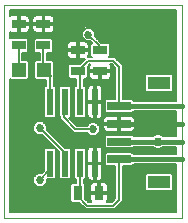
<source format=gbl>
G75*
G70*
%OFA0B0*%
%FSLAX24Y24*%
%IPPOS*%
%LPD*%
%AMOC8*
5,1,8,0,0,1.08239X$1,22.5*
%
%ADD10C,0.0000*%
%ADD11R,0.0787X0.0276*%
%ADD12R,0.0748X0.0433*%
%ADD13R,0.0240X0.0870*%
%ADD14R,0.0472X0.0315*%
%ADD15R,0.0315X0.0472*%
%ADD16R,0.0472X0.0472*%
%ADD17C,0.0270*%
%ADD18C,0.0060*%
%ADD19C,0.0160*%
%ADD20C,0.0300*%
D10*
X006148Y000333D02*
X006148Y007419D01*
X012054Y007419D01*
X012054Y000333D01*
X006148Y000333D01*
D11*
X009967Y002281D03*
X009967Y002872D03*
X009967Y003463D03*
X009967Y004053D03*
D12*
X011286Y004821D03*
X011286Y001514D03*
D13*
X009162Y002137D03*
X008662Y002137D03*
X008162Y002137D03*
X007662Y002137D03*
X007662Y004197D03*
X008162Y004197D03*
X008662Y004197D03*
X009162Y004197D03*
D14*
X009337Y005214D03*
X008589Y005214D03*
X008589Y005923D03*
X009337Y005923D03*
X007447Y006081D03*
X006620Y006081D03*
X006620Y006789D03*
X007447Y006789D03*
D15*
X008589Y001159D03*
X009298Y001159D03*
D16*
X007467Y005254D03*
X006640Y005254D03*
D17*
X008943Y006435D03*
X009101Y003285D03*
X007329Y003325D03*
X007329Y001592D03*
D18*
X007644Y001907D01*
X007644Y002104D01*
X007452Y002089D02*
X006328Y002089D01*
X006328Y002147D02*
X007452Y002147D01*
X007452Y002206D02*
X006328Y002206D01*
X006328Y002265D02*
X007452Y002265D01*
X007452Y002323D02*
X006328Y002323D01*
X006328Y002382D02*
X007452Y002382D01*
X007452Y002440D02*
X006328Y002440D01*
X006328Y002499D02*
X007452Y002499D01*
X007452Y002557D02*
X006328Y002557D01*
X006328Y002616D02*
X007458Y002616D01*
X007452Y002609D02*
X007505Y002662D01*
X007819Y002662D01*
X007872Y002609D01*
X007872Y001665D01*
X007819Y001612D01*
X007554Y001612D01*
X007554Y001499D01*
X007422Y001367D01*
X007236Y001367D01*
X007104Y001499D01*
X007104Y001686D01*
X007236Y001817D01*
X007384Y001817D01*
X007452Y001885D01*
X007452Y002609D01*
X007751Y002733D02*
X006328Y002733D01*
X006328Y002791D02*
X007693Y002791D01*
X007634Y002850D02*
X006328Y002850D01*
X006328Y002909D02*
X007576Y002909D01*
X007517Y002967D02*
X006328Y002967D01*
X006328Y003026D02*
X007459Y003026D01*
X007400Y003084D02*
X006328Y003084D01*
X006328Y003143D02*
X007193Y003143D01*
X007236Y003100D02*
X007104Y003231D01*
X007104Y003418D01*
X007236Y003550D01*
X007422Y003550D01*
X007554Y003418D01*
X007554Y003269D01*
X008161Y002662D01*
X008319Y002662D01*
X008372Y002609D01*
X008372Y001665D01*
X008319Y001612D01*
X008005Y001612D01*
X007952Y001665D01*
X007952Y002532D01*
X007384Y003100D01*
X007236Y003100D01*
X007134Y003201D02*
X006328Y003201D01*
X006328Y003260D02*
X007104Y003260D01*
X007104Y003318D02*
X006328Y003318D01*
X006328Y003377D02*
X007104Y003377D01*
X007122Y003435D02*
X006328Y003435D01*
X006328Y003494D02*
X007180Y003494D01*
X007478Y003494D02*
X008132Y003494D01*
X008073Y003552D02*
X006328Y003552D01*
X006328Y003611D02*
X008015Y003611D01*
X007997Y003629D02*
X008390Y003236D01*
X008461Y003165D01*
X008903Y003165D01*
X009008Y003060D01*
X009194Y003060D01*
X009326Y003192D01*
X009326Y003379D01*
X009194Y003510D01*
X009008Y003510D01*
X008903Y003405D01*
X008560Y003405D01*
X008293Y003672D01*
X008319Y003672D01*
X008372Y003725D01*
X008372Y004669D01*
X008319Y004722D01*
X008005Y004722D01*
X007952Y004669D01*
X007952Y003725D01*
X007997Y003680D01*
X007997Y003629D01*
X007997Y003670D02*
X006328Y003670D01*
X006328Y003728D02*
X007452Y003728D01*
X007452Y003725D02*
X007505Y003672D01*
X007819Y003672D01*
X007872Y003725D01*
X007872Y004669D01*
X007819Y004722D01*
X007782Y004722D01*
X007782Y004969D01*
X007793Y004980D01*
X007793Y004997D01*
X007803Y005007D01*
X007803Y005107D01*
X007793Y005117D01*
X007793Y005527D01*
X007740Y005580D01*
X007567Y005580D01*
X007567Y005833D01*
X007721Y005833D01*
X007773Y005886D01*
X007773Y006275D01*
X007721Y006328D01*
X007174Y006328D01*
X007121Y006275D01*
X007121Y005886D01*
X007174Y005833D01*
X007327Y005833D01*
X007327Y005580D01*
X007193Y005580D01*
X007141Y005527D01*
X007141Y004980D01*
X007193Y004928D01*
X007542Y004928D01*
X007542Y004722D01*
X007505Y004722D01*
X007452Y004669D01*
X007452Y003725D01*
X007452Y003787D02*
X006328Y003787D01*
X006328Y003845D02*
X007452Y003845D01*
X007452Y003904D02*
X006328Y003904D01*
X006328Y003962D02*
X007452Y003962D01*
X007452Y004021D02*
X006328Y004021D01*
X006328Y004079D02*
X007452Y004079D01*
X007452Y004138D02*
X006328Y004138D01*
X006328Y004196D02*
X007452Y004196D01*
X007452Y004255D02*
X006328Y004255D01*
X006328Y004314D02*
X007452Y004314D01*
X007452Y004372D02*
X006328Y004372D01*
X006328Y004431D02*
X007452Y004431D01*
X007452Y004489D02*
X006328Y004489D01*
X006328Y004548D02*
X007452Y004548D01*
X007452Y004606D02*
X006328Y004606D01*
X006328Y004665D02*
X007452Y004665D01*
X007542Y004723D02*
X006328Y004723D01*
X006328Y004782D02*
X007542Y004782D01*
X007542Y004840D02*
X006328Y004840D01*
X006328Y004899D02*
X007542Y004899D01*
X007662Y005057D02*
X007683Y005057D01*
X007487Y005254D01*
X007467Y005254D01*
X007447Y005254D01*
X007447Y006081D01*
X007121Y006070D02*
X006947Y006070D01*
X006947Y006128D02*
X007121Y006128D01*
X007121Y006187D02*
X006947Y006187D01*
X006947Y006245D02*
X007121Y006245D01*
X007150Y006304D02*
X006918Y006304D01*
X006894Y006328D02*
X006947Y006275D01*
X006947Y005886D01*
X006894Y005833D01*
X006740Y005833D01*
X006740Y005580D01*
X006914Y005580D01*
X006966Y005527D01*
X006966Y004980D01*
X006914Y004928D01*
X006367Y004928D01*
X006328Y004966D01*
X006328Y000513D01*
X011857Y000513D01*
X011857Y002111D01*
X010451Y002111D01*
X010451Y002106D01*
X010398Y002054D01*
X010087Y002054D01*
X010087Y000973D01*
X010087Y000873D01*
X009820Y000606D01*
X009720Y000606D01*
X008854Y000606D01*
X008784Y000677D01*
X008627Y000833D01*
X008394Y000833D01*
X008341Y000886D01*
X008341Y001433D01*
X008394Y001486D01*
X008542Y001486D01*
X008542Y001612D01*
X008505Y001612D01*
X008452Y001665D01*
X008452Y002609D01*
X008505Y002662D01*
X008819Y002662D01*
X008872Y002609D01*
X008872Y001665D01*
X008819Y001612D01*
X008782Y001612D01*
X008782Y001486D01*
X008784Y001486D01*
X008836Y001433D01*
X008836Y000963D01*
X008954Y000846D01*
X009034Y000846D01*
X009019Y000873D01*
X009010Y000906D01*
X009010Y001129D01*
X009267Y001129D01*
X009267Y001189D01*
X009010Y001189D01*
X009010Y001413D01*
X009019Y001446D01*
X009036Y001475D01*
X009060Y001500D01*
X009090Y001517D01*
X009123Y001526D01*
X009268Y001526D01*
X009268Y001189D01*
X009328Y001189D01*
X009585Y001189D01*
X009585Y001413D01*
X009576Y001446D01*
X009559Y001475D01*
X009535Y001500D01*
X009505Y001517D01*
X009472Y001526D01*
X009328Y001526D01*
X009328Y001189D01*
X009328Y001129D01*
X009585Y001129D01*
X009585Y000906D01*
X009576Y000873D01*
X009561Y000846D01*
X009720Y000846D01*
X009847Y000973D01*
X009847Y002054D01*
X009536Y002054D01*
X009483Y002106D01*
X009483Y002456D01*
X009536Y002509D01*
X010398Y002509D01*
X010451Y002456D01*
X010451Y002451D01*
X011857Y002451D01*
X011857Y002702D01*
X011436Y002702D01*
X011402Y002669D01*
X011314Y002632D01*
X011218Y002632D01*
X011130Y002669D01*
X011097Y002702D01*
X010451Y002702D01*
X010451Y002697D01*
X010398Y002644D01*
X009536Y002644D01*
X009483Y002697D01*
X009483Y003047D01*
X009536Y003100D01*
X010398Y003100D01*
X010451Y003047D01*
X010451Y003042D01*
X011097Y003042D01*
X011130Y003075D01*
X011218Y003112D01*
X011314Y003112D01*
X011402Y003075D01*
X011436Y003042D01*
X011857Y003042D01*
X011857Y003883D01*
X010451Y003883D01*
X010451Y003878D01*
X010398Y003825D01*
X009536Y003825D01*
X009483Y003878D01*
X009483Y004228D01*
X009536Y004281D01*
X009847Y004281D01*
X009847Y005322D01*
X009720Y005449D01*
X009679Y005449D01*
X009694Y005422D01*
X009703Y005389D01*
X009703Y005244D01*
X009367Y005244D01*
X009367Y005185D01*
X009703Y005185D01*
X009703Y005040D01*
X009694Y005007D01*
X009677Y004977D01*
X009653Y004953D01*
X009623Y004936D01*
X009590Y004927D01*
X009367Y004927D01*
X009367Y005184D01*
X009307Y005184D01*
X009307Y004927D01*
X009084Y004927D01*
X009051Y004936D01*
X009021Y004953D01*
X008997Y004977D01*
X008980Y005007D01*
X008971Y005040D01*
X008971Y005185D01*
X009307Y005185D01*
X009307Y005244D01*
X008971Y005244D01*
X008971Y005389D01*
X008980Y005422D01*
X008995Y005449D01*
X008993Y005449D01*
X008915Y005371D01*
X008915Y005020D01*
X008862Y004967D01*
X008782Y004967D01*
X008782Y004722D01*
X008819Y004722D01*
X008872Y004669D01*
X008872Y003725D01*
X008819Y003672D01*
X008505Y003672D01*
X008452Y003725D01*
X008452Y004669D01*
X008505Y004722D01*
X008542Y004722D01*
X008542Y004967D01*
X008315Y004967D01*
X008263Y005020D01*
X008263Y005409D01*
X008315Y005462D01*
X008667Y005462D01*
X008823Y005619D01*
X008841Y005636D01*
X008619Y005636D01*
X008619Y005893D01*
X008559Y005893D01*
X008559Y005636D01*
X008336Y005636D01*
X008303Y005645D01*
X008273Y005662D01*
X008249Y005686D01*
X008232Y005715D01*
X008223Y005749D01*
X008223Y005893D01*
X008559Y005893D01*
X008559Y005953D01*
X008223Y005953D01*
X008223Y006098D01*
X008232Y006131D01*
X008249Y006160D01*
X008273Y006185D01*
X008303Y006202D01*
X008336Y006211D01*
X008559Y006211D01*
X008559Y005953D01*
X007773Y005953D01*
X007773Y006011D02*
X008223Y006011D01*
X008223Y006070D02*
X007773Y006070D01*
X007773Y006128D02*
X008231Y006128D01*
X008277Y006187D02*
X007773Y006187D01*
X007773Y006245D02*
X008815Y006245D01*
X008842Y006211D02*
X008619Y006211D01*
X008619Y005953D01*
X008955Y005953D01*
X008955Y006098D01*
X008946Y006131D01*
X008929Y006160D01*
X008905Y006185D01*
X008875Y006202D01*
X008842Y006211D01*
X008850Y006210D02*
X008999Y006210D01*
X009051Y006158D01*
X009011Y006118D01*
X009011Y005728D01*
X009050Y005689D01*
X008931Y005689D01*
X008946Y005715D01*
X008955Y005749D01*
X008955Y005893D01*
X008619Y005893D01*
X008619Y005953D01*
X009011Y005953D01*
X009011Y006011D02*
X008955Y006011D01*
X008955Y006070D02*
X009011Y006070D01*
X009021Y006128D02*
X008947Y006128D01*
X008901Y006187D02*
X009022Y006187D01*
X008850Y006210D02*
X008718Y006342D01*
X008718Y006528D01*
X008850Y006660D01*
X009036Y006660D01*
X009168Y006528D01*
X009168Y006380D01*
X009377Y006171D01*
X009610Y006171D01*
X009663Y006118D01*
X009663Y005728D01*
X009624Y005689D01*
X009820Y005689D01*
X009890Y005619D01*
X010087Y005422D01*
X010087Y005322D01*
X010087Y004281D01*
X010398Y004281D01*
X010451Y004228D01*
X010451Y004223D01*
X011857Y004223D01*
X011857Y007239D01*
X006328Y007239D01*
X006328Y007064D01*
X006334Y007068D01*
X006367Y007077D01*
X006591Y007077D01*
X006591Y006819D01*
X006650Y006819D01*
X006650Y007077D01*
X006874Y007077D01*
X006907Y007068D01*
X006936Y007051D01*
X006961Y007027D01*
X006978Y006997D01*
X006987Y006964D01*
X006987Y006819D01*
X006651Y006819D01*
X006651Y006759D01*
X006987Y006759D01*
X006987Y006615D01*
X006978Y006582D01*
X006961Y006552D01*
X006936Y006528D01*
X006907Y006511D01*
X006874Y006502D01*
X006650Y006502D01*
X006650Y006759D01*
X006591Y006759D01*
X006591Y006502D01*
X006367Y006502D01*
X006334Y006511D01*
X006328Y006514D01*
X006328Y006309D01*
X006347Y006328D01*
X006894Y006328D01*
X007161Y006511D02*
X007194Y006502D01*
X007417Y006502D01*
X007417Y006759D01*
X007477Y006759D01*
X007477Y006502D01*
X007701Y006502D01*
X007734Y006511D01*
X007763Y006528D01*
X007787Y006552D01*
X007805Y006582D01*
X007813Y006615D01*
X007813Y006759D01*
X007477Y006759D01*
X007477Y006819D01*
X007813Y006819D01*
X007813Y006964D01*
X007805Y006997D01*
X007787Y007027D01*
X007763Y007051D01*
X007734Y007068D01*
X007701Y007077D01*
X007477Y007077D01*
X007477Y006819D01*
X007417Y006819D01*
X007417Y006759D01*
X007081Y006759D01*
X007081Y006615D01*
X007090Y006582D01*
X007107Y006552D01*
X007131Y006528D01*
X007161Y006511D01*
X007121Y006538D02*
X006947Y006538D01*
X006982Y006597D02*
X007086Y006597D01*
X007081Y006655D02*
X006987Y006655D01*
X006987Y006714D02*
X007081Y006714D01*
X007081Y006819D02*
X007417Y006819D01*
X007417Y007077D01*
X007194Y007077D01*
X007161Y007068D01*
X007131Y007051D01*
X007107Y007027D01*
X007090Y006997D01*
X007081Y006964D01*
X007081Y006819D01*
X007081Y006831D02*
X006987Y006831D01*
X006987Y006889D02*
X007081Y006889D01*
X007081Y006948D02*
X006987Y006948D01*
X006972Y007007D02*
X007095Y007007D01*
X007156Y007065D02*
X006912Y007065D01*
X006650Y007065D02*
X006591Y007065D01*
X006591Y007007D02*
X006650Y007007D01*
X006650Y006948D02*
X006591Y006948D01*
X006591Y006889D02*
X006650Y006889D01*
X006650Y006831D02*
X006591Y006831D01*
X006651Y006772D02*
X007417Y006772D01*
X007417Y006714D02*
X007477Y006714D01*
X007477Y006772D02*
X011857Y006772D01*
X011857Y006714D02*
X007813Y006714D01*
X007813Y006655D02*
X008845Y006655D01*
X008787Y006597D02*
X007809Y006597D01*
X007774Y006538D02*
X008728Y006538D01*
X008718Y006480D02*
X006328Y006480D01*
X006328Y006421D02*
X008718Y006421D01*
X008718Y006363D02*
X006328Y006363D01*
X006591Y006538D02*
X006650Y006538D01*
X006650Y006597D02*
X006591Y006597D01*
X006591Y006655D02*
X006650Y006655D01*
X006650Y006714D02*
X006591Y006714D01*
X006328Y007065D02*
X006329Y007065D01*
X006328Y007124D02*
X011857Y007124D01*
X011857Y007182D02*
X006328Y007182D01*
X007417Y007065D02*
X007477Y007065D01*
X007477Y007007D02*
X007417Y007007D01*
X007417Y006948D02*
X007477Y006948D01*
X007477Y006889D02*
X007417Y006889D01*
X007417Y006831D02*
X007477Y006831D01*
X007813Y006831D02*
X011857Y006831D01*
X011857Y006889D02*
X007813Y006889D01*
X007813Y006948D02*
X011857Y006948D01*
X011857Y007007D02*
X007799Y007007D01*
X007738Y007065D02*
X011857Y007065D01*
X011857Y006655D02*
X009041Y006655D01*
X009100Y006597D02*
X011857Y006597D01*
X011857Y006538D02*
X009158Y006538D01*
X009168Y006480D02*
X011857Y006480D01*
X011857Y006421D02*
X009168Y006421D01*
X009185Y006363D02*
X011857Y006363D01*
X011857Y006304D02*
X009244Y006304D01*
X009302Y006245D02*
X011857Y006245D01*
X011857Y006187D02*
X009361Y006187D01*
X009337Y006041D02*
X008943Y006435D01*
X008756Y006304D02*
X007745Y006304D01*
X007477Y006538D02*
X007417Y006538D01*
X007417Y006597D02*
X007477Y006597D01*
X007477Y006655D02*
X007417Y006655D01*
X006620Y006081D02*
X006620Y005274D01*
X006640Y005254D01*
X006966Y005250D02*
X007141Y005250D01*
X007141Y005192D02*
X006966Y005192D01*
X006966Y005133D02*
X007141Y005133D01*
X007141Y005075D02*
X006966Y005075D01*
X006966Y005016D02*
X007141Y005016D01*
X007164Y004958D02*
X006944Y004958D01*
X006337Y004958D02*
X006328Y004958D01*
X006966Y005309D02*
X007141Y005309D01*
X007141Y005367D02*
X006966Y005367D01*
X006966Y005426D02*
X007141Y005426D01*
X007141Y005484D02*
X006966Y005484D01*
X006951Y005543D02*
X007156Y005543D01*
X007327Y005601D02*
X006740Y005601D01*
X006740Y005660D02*
X007327Y005660D01*
X007327Y005719D02*
X006740Y005719D01*
X006740Y005777D02*
X007327Y005777D01*
X007171Y005836D02*
X006896Y005836D01*
X006947Y005894D02*
X007121Y005894D01*
X007121Y005953D02*
X006947Y005953D01*
X006947Y006011D02*
X007121Y006011D01*
X007567Y005777D02*
X008223Y005777D01*
X008223Y005836D02*
X007723Y005836D01*
X007773Y005894D02*
X008559Y005894D01*
X008559Y005836D02*
X008619Y005836D01*
X008619Y005894D02*
X009011Y005894D01*
X009011Y005836D02*
X008955Y005836D01*
X008955Y005777D02*
X009011Y005777D01*
X009021Y005719D02*
X008947Y005719D01*
X008806Y005601D02*
X007567Y005601D01*
X007567Y005660D02*
X008276Y005660D01*
X008231Y005719D02*
X007567Y005719D01*
X007777Y005543D02*
X008748Y005543D01*
X008689Y005484D02*
X007793Y005484D01*
X007793Y005426D02*
X008279Y005426D01*
X008263Y005367D02*
X007793Y005367D01*
X007793Y005309D02*
X008263Y005309D01*
X008263Y005250D02*
X007793Y005250D01*
X007793Y005192D02*
X008263Y005192D01*
X008263Y005133D02*
X007793Y005133D01*
X007803Y005075D02*
X008263Y005075D01*
X008266Y005016D02*
X007803Y005016D01*
X007782Y004958D02*
X008542Y004958D01*
X008542Y004899D02*
X007782Y004899D01*
X007782Y004840D02*
X008542Y004840D01*
X008542Y004782D02*
X007782Y004782D01*
X007782Y004723D02*
X008542Y004723D01*
X008452Y004665D02*
X008372Y004665D01*
X008372Y004606D02*
X008452Y004606D01*
X008452Y004548D02*
X008372Y004548D01*
X008372Y004489D02*
X008452Y004489D01*
X008452Y004431D02*
X008372Y004431D01*
X008372Y004372D02*
X008452Y004372D01*
X008452Y004314D02*
X008372Y004314D01*
X008372Y004255D02*
X008452Y004255D01*
X008452Y004196D02*
X008372Y004196D01*
X008372Y004138D02*
X008452Y004138D01*
X008452Y004079D02*
X008372Y004079D01*
X008372Y004021D02*
X008452Y004021D01*
X008452Y003962D02*
X008372Y003962D01*
X008372Y003904D02*
X008452Y003904D01*
X008452Y003845D02*
X008372Y003845D01*
X008372Y003787D02*
X008452Y003787D01*
X008452Y003728D02*
X008372Y003728D01*
X008296Y003670D02*
X008951Y003670D01*
X008962Y003658D02*
X008992Y003641D01*
X009025Y003632D01*
X009132Y003632D01*
X009132Y004167D01*
X009192Y004167D01*
X009192Y004227D01*
X009412Y004227D01*
X009412Y004649D01*
X009403Y004682D01*
X009386Y004712D01*
X009362Y004736D01*
X009332Y004753D01*
X009299Y004762D01*
X009192Y004762D01*
X009192Y004227D01*
X009132Y004227D01*
X009132Y004167D01*
X008912Y004167D01*
X008912Y003745D01*
X008921Y003712D01*
X008938Y003682D01*
X008962Y003658D01*
X008916Y003728D02*
X008872Y003728D01*
X008872Y003787D02*
X008912Y003787D01*
X008912Y003845D02*
X008872Y003845D01*
X008872Y003904D02*
X008912Y003904D01*
X008912Y003962D02*
X008872Y003962D01*
X008872Y004021D02*
X008912Y004021D01*
X008912Y004079D02*
X008872Y004079D01*
X008872Y004138D02*
X008912Y004138D01*
X008872Y004196D02*
X009132Y004196D01*
X009132Y004227D02*
X008912Y004227D01*
X008912Y004649D01*
X008921Y004682D01*
X008938Y004712D01*
X008962Y004736D01*
X008992Y004753D01*
X009025Y004762D01*
X009132Y004762D01*
X009132Y004227D01*
X009132Y004255D02*
X009192Y004255D01*
X009192Y004196D02*
X009483Y004196D01*
X009483Y004138D02*
X009412Y004138D01*
X009412Y004167D02*
X009192Y004167D01*
X009192Y003632D01*
X009299Y003632D01*
X009332Y003641D01*
X009362Y003658D01*
X009386Y003682D01*
X009403Y003712D01*
X009412Y003745D01*
X009412Y004167D01*
X009412Y004079D02*
X009483Y004079D01*
X009483Y004021D02*
X009412Y004021D01*
X009412Y003962D02*
X009483Y003962D01*
X009483Y003904D02*
X009412Y003904D01*
X009412Y003845D02*
X009516Y003845D01*
X009412Y003787D02*
X011857Y003787D01*
X011857Y003845D02*
X010418Y003845D01*
X010386Y003728D02*
X011857Y003728D01*
X011857Y003670D02*
X010471Y003670D01*
X010465Y003680D02*
X010440Y003704D01*
X010411Y003721D01*
X010378Y003730D01*
X009997Y003730D01*
X009997Y003493D01*
X009937Y003493D01*
X009937Y003730D01*
X009556Y003730D01*
X009523Y003721D01*
X009493Y003704D01*
X009469Y003680D01*
X009452Y003650D01*
X009443Y003617D01*
X009443Y003492D01*
X009937Y003492D01*
X009937Y003433D01*
X009443Y003433D01*
X009443Y003308D01*
X009452Y003275D01*
X009469Y003245D01*
X009493Y003221D01*
X009523Y003204D01*
X009556Y003195D01*
X009937Y003195D01*
X009937Y003432D01*
X009997Y003432D01*
X009997Y003195D01*
X010378Y003195D01*
X010411Y003204D01*
X010440Y003221D01*
X010465Y003245D01*
X010482Y003275D01*
X010491Y003308D01*
X010491Y003433D01*
X009997Y003433D01*
X009997Y003492D01*
X010491Y003492D01*
X010491Y003617D01*
X010482Y003650D01*
X010465Y003680D01*
X010491Y003611D02*
X011857Y003611D01*
X011857Y003552D02*
X010491Y003552D01*
X010491Y003494D02*
X011857Y003494D01*
X011857Y003435D02*
X009997Y003435D01*
X009997Y003377D02*
X009937Y003377D01*
X009937Y003435D02*
X009269Y003435D01*
X009326Y003377D02*
X009443Y003377D01*
X009443Y003318D02*
X009326Y003318D01*
X009326Y003260D02*
X009461Y003260D01*
X009532Y003201D02*
X009326Y003201D01*
X009276Y003143D02*
X011857Y003143D01*
X011857Y003201D02*
X010402Y003201D01*
X010473Y003260D02*
X011857Y003260D01*
X011857Y003318D02*
X010491Y003318D01*
X010491Y003377D02*
X011857Y003377D01*
X011857Y003084D02*
X011381Y003084D01*
X011151Y003084D02*
X010413Y003084D01*
X009997Y003201D02*
X009937Y003201D01*
X009937Y003260D02*
X009997Y003260D01*
X009997Y003318D02*
X009937Y003318D01*
X009937Y003494D02*
X009997Y003494D01*
X009997Y003552D02*
X009937Y003552D01*
X009937Y003611D02*
X009997Y003611D01*
X009997Y003670D02*
X009937Y003670D01*
X009937Y003728D02*
X009997Y003728D01*
X009548Y003728D02*
X009407Y003728D01*
X009373Y003670D02*
X009463Y003670D01*
X009443Y003611D02*
X008354Y003611D01*
X008413Y003552D02*
X009443Y003552D01*
X009443Y003494D02*
X009210Y003494D01*
X009192Y003670D02*
X009132Y003670D01*
X009132Y003728D02*
X009192Y003728D01*
X009192Y003787D02*
X009132Y003787D01*
X009132Y003845D02*
X009192Y003845D01*
X009192Y003904D02*
X009132Y003904D01*
X009132Y003962D02*
X009192Y003962D01*
X009192Y004021D02*
X009132Y004021D01*
X009132Y004079D02*
X009192Y004079D01*
X009192Y004138D02*
X009132Y004138D01*
X008912Y004255D02*
X008872Y004255D01*
X008872Y004314D02*
X008912Y004314D01*
X008912Y004372D02*
X008872Y004372D01*
X008872Y004431D02*
X008912Y004431D01*
X008912Y004489D02*
X008872Y004489D01*
X008872Y004548D02*
X008912Y004548D01*
X008912Y004606D02*
X008872Y004606D01*
X008872Y004665D02*
X008916Y004665D01*
X008949Y004723D02*
X008782Y004723D01*
X008782Y004782D02*
X009847Y004782D01*
X009847Y004840D02*
X008782Y004840D01*
X008782Y004899D02*
X009847Y004899D01*
X009847Y004958D02*
X009658Y004958D01*
X009697Y005016D02*
X009847Y005016D01*
X009847Y005075D02*
X009703Y005075D01*
X009703Y005133D02*
X009847Y005133D01*
X009847Y005192D02*
X009367Y005192D01*
X009367Y005133D02*
X009307Y005133D01*
X009307Y005075D02*
X009367Y005075D01*
X009367Y005016D02*
X009307Y005016D01*
X009307Y004958D02*
X009367Y004958D01*
X009016Y004958D02*
X008782Y004958D01*
X008911Y005016D02*
X008977Y005016D01*
X008971Y005075D02*
X008915Y005075D01*
X008915Y005133D02*
X008971Y005133D01*
X008915Y005192D02*
X009307Y005192D01*
X008971Y005250D02*
X008915Y005250D01*
X008915Y005309D02*
X008971Y005309D01*
X008971Y005367D02*
X008915Y005367D01*
X008970Y005426D02*
X008982Y005426D01*
X008943Y005569D02*
X009770Y005569D01*
X009967Y005372D01*
X009967Y004053D01*
X010087Y004314D02*
X011857Y004314D01*
X011857Y004372D02*
X010087Y004372D01*
X010087Y004431D02*
X011857Y004431D01*
X011857Y004489D02*
X010087Y004489D01*
X010087Y004548D02*
X010841Y004548D01*
X010822Y004567D02*
X010875Y004514D01*
X011697Y004514D01*
X011750Y004567D01*
X011750Y005075D01*
X011857Y005075D01*
X011857Y005133D02*
X010087Y005133D01*
X010087Y005075D02*
X010822Y005075D01*
X010822Y004567D01*
X010822Y004606D02*
X010087Y004606D01*
X010087Y004665D02*
X010822Y004665D01*
X010822Y004723D02*
X010087Y004723D01*
X010087Y004782D02*
X010822Y004782D01*
X010822Y004840D02*
X010087Y004840D01*
X010087Y004899D02*
X010822Y004899D01*
X010822Y004958D02*
X010087Y004958D01*
X010087Y005016D02*
X010822Y005016D01*
X010822Y005075D02*
X010875Y005127D01*
X011697Y005127D01*
X011750Y005075D01*
X011750Y005016D02*
X011857Y005016D01*
X011857Y004958D02*
X011750Y004958D01*
X011750Y004899D02*
X011857Y004899D01*
X011857Y004840D02*
X011750Y004840D01*
X011750Y004782D02*
X011857Y004782D01*
X011857Y004723D02*
X011750Y004723D01*
X011750Y004665D02*
X011857Y004665D01*
X011857Y004606D02*
X011750Y004606D01*
X011731Y004548D02*
X011857Y004548D01*
X011857Y004255D02*
X010424Y004255D01*
X009847Y004314D02*
X009412Y004314D01*
X009412Y004372D02*
X009847Y004372D01*
X009847Y004431D02*
X009412Y004431D01*
X009412Y004489D02*
X009847Y004489D01*
X009847Y004548D02*
X009412Y004548D01*
X009412Y004606D02*
X009847Y004606D01*
X009847Y004665D02*
X009408Y004665D01*
X009374Y004723D02*
X009847Y004723D01*
X009192Y004723D02*
X009132Y004723D01*
X009132Y004665D02*
X009192Y004665D01*
X009192Y004606D02*
X009132Y004606D01*
X009132Y004548D02*
X009192Y004548D01*
X009192Y004489D02*
X009132Y004489D01*
X009132Y004431D02*
X009192Y004431D01*
X009192Y004372D02*
X009132Y004372D01*
X009132Y004314D02*
X009192Y004314D01*
X009412Y004255D02*
X009510Y004255D01*
X008662Y004197D02*
X008662Y005142D01*
X008589Y005214D01*
X008943Y005569D01*
X008619Y005660D02*
X008559Y005660D01*
X008559Y005719D02*
X008619Y005719D01*
X008619Y005777D02*
X008559Y005777D01*
X008559Y005953D02*
X008619Y005953D01*
X008619Y006011D02*
X008559Y006011D01*
X008559Y006070D02*
X008619Y006070D01*
X008619Y006128D02*
X008559Y006128D01*
X008559Y006187D02*
X008619Y006187D01*
X009337Y006041D02*
X009337Y005923D01*
X009663Y005894D02*
X011857Y005894D01*
X011857Y005836D02*
X009663Y005836D01*
X009663Y005777D02*
X011857Y005777D01*
X011857Y005719D02*
X009653Y005719D01*
X009849Y005660D02*
X011857Y005660D01*
X011857Y005601D02*
X009907Y005601D01*
X009966Y005543D02*
X011857Y005543D01*
X011857Y005484D02*
X010024Y005484D01*
X010083Y005426D02*
X011857Y005426D01*
X011857Y005367D02*
X010087Y005367D01*
X010087Y005309D02*
X011857Y005309D01*
X011857Y005250D02*
X010087Y005250D01*
X010087Y005192D02*
X011857Y005192D01*
X011857Y005953D02*
X009663Y005953D01*
X009663Y006011D02*
X011857Y006011D01*
X011857Y006070D02*
X009663Y006070D01*
X009653Y006128D02*
X011857Y006128D01*
X009847Y005309D02*
X009703Y005309D01*
X009703Y005367D02*
X009802Y005367D01*
X009743Y005426D02*
X009692Y005426D01*
X009703Y005250D02*
X009847Y005250D01*
X007952Y004665D02*
X007872Y004665D01*
X007872Y004606D02*
X007952Y004606D01*
X007952Y004548D02*
X007872Y004548D01*
X007872Y004489D02*
X007952Y004489D01*
X007952Y004431D02*
X007872Y004431D01*
X007872Y004372D02*
X007952Y004372D01*
X007952Y004314D02*
X007872Y004314D01*
X007872Y004255D02*
X007952Y004255D01*
X007952Y004196D02*
X007872Y004196D01*
X007872Y004138D02*
X007952Y004138D01*
X007952Y004079D02*
X007872Y004079D01*
X007872Y004021D02*
X007952Y004021D01*
X007952Y003962D02*
X007872Y003962D01*
X007872Y003904D02*
X007952Y003904D01*
X007952Y003845D02*
X007872Y003845D01*
X007872Y003787D02*
X007952Y003787D01*
X007952Y003728D02*
X007872Y003728D01*
X008117Y003679D02*
X008510Y003285D01*
X009101Y003285D01*
X008933Y003435D02*
X008530Y003435D01*
X008471Y003494D02*
X008991Y003494D01*
X008425Y003201D02*
X007622Y003201D01*
X007564Y003260D02*
X008366Y003260D01*
X008308Y003318D02*
X007554Y003318D01*
X007554Y003377D02*
X008249Y003377D01*
X008190Y003435D02*
X007537Y003435D01*
X007329Y003325D02*
X008156Y002498D01*
X008156Y002419D01*
X008156Y002144D01*
X007952Y002147D02*
X007872Y002147D01*
X007872Y002089D02*
X007952Y002089D01*
X007952Y002030D02*
X007872Y002030D01*
X007872Y001972D02*
X007952Y001972D01*
X007952Y001913D02*
X007872Y001913D01*
X007872Y001855D02*
X007952Y001855D01*
X007952Y001796D02*
X007872Y001796D01*
X007872Y001738D02*
X007952Y001738D01*
X007952Y001679D02*
X007872Y001679D01*
X007827Y001621D02*
X007996Y001621D01*
X008327Y001621D02*
X008496Y001621D01*
X008452Y001679D02*
X008372Y001679D01*
X008372Y001738D02*
X008452Y001738D01*
X008452Y001796D02*
X008372Y001796D01*
X008372Y001855D02*
X008452Y001855D01*
X008452Y001913D02*
X008372Y001913D01*
X008372Y001972D02*
X008452Y001972D01*
X008452Y002030D02*
X008372Y002030D01*
X008372Y002089D02*
X008452Y002089D01*
X008452Y002147D02*
X008372Y002147D01*
X008372Y002206D02*
X008452Y002206D01*
X008452Y002265D02*
X008372Y002265D01*
X008372Y002323D02*
X008452Y002323D01*
X008452Y002382D02*
X008372Y002382D01*
X008372Y002440D02*
X008452Y002440D01*
X008452Y002499D02*
X008372Y002499D01*
X008372Y002557D02*
X008452Y002557D01*
X008458Y002616D02*
X008365Y002616D01*
X008149Y002674D02*
X008960Y002674D01*
X008962Y002676D02*
X008938Y002652D01*
X008921Y002622D01*
X008912Y002589D01*
X008912Y002167D01*
X009132Y002167D01*
X009132Y002107D01*
X009192Y002107D01*
X009192Y002167D01*
X009412Y002167D01*
X009412Y002589D01*
X009403Y002622D01*
X009386Y002652D01*
X009362Y002676D01*
X009332Y002693D01*
X009299Y002702D01*
X009192Y002702D01*
X009192Y002167D01*
X009132Y002167D01*
X009132Y002702D01*
X009025Y002702D01*
X008992Y002693D01*
X008962Y002676D01*
X008919Y002616D02*
X008865Y002616D01*
X008872Y002557D02*
X008912Y002557D01*
X008912Y002499D02*
X008872Y002499D01*
X008872Y002440D02*
X008912Y002440D01*
X008912Y002382D02*
X008872Y002382D01*
X008872Y002323D02*
X008912Y002323D01*
X008912Y002265D02*
X008872Y002265D01*
X008872Y002206D02*
X008912Y002206D01*
X008872Y002147D02*
X009132Y002147D01*
X009132Y002107D02*
X008912Y002107D01*
X008912Y001685D01*
X008921Y001652D01*
X008938Y001622D01*
X008962Y001598D01*
X008992Y001581D01*
X009025Y001572D01*
X009132Y001572D01*
X009132Y002107D01*
X009132Y002089D02*
X009192Y002089D01*
X009192Y002107D02*
X009192Y001572D01*
X009299Y001572D01*
X009332Y001581D01*
X009362Y001598D01*
X009386Y001622D01*
X009403Y001652D01*
X009412Y001685D01*
X009412Y002107D01*
X009192Y002107D01*
X009192Y002147D02*
X009483Y002147D01*
X009483Y002206D02*
X009412Y002206D01*
X009412Y002265D02*
X009483Y002265D01*
X009483Y002323D02*
X009412Y002323D01*
X009412Y002382D02*
X009483Y002382D01*
X009483Y002440D02*
X009412Y002440D01*
X009412Y002499D02*
X009525Y002499D01*
X009412Y002557D02*
X011857Y002557D01*
X011857Y002499D02*
X010408Y002499D01*
X010428Y002674D02*
X011124Y002674D01*
X011408Y002674D02*
X011857Y002674D01*
X011857Y002616D02*
X009405Y002616D01*
X009364Y002674D02*
X009506Y002674D01*
X009483Y002733D02*
X008091Y002733D01*
X008032Y002791D02*
X009483Y002791D01*
X009483Y002850D02*
X007974Y002850D01*
X007915Y002909D02*
X009483Y002909D01*
X009483Y002967D02*
X007856Y002967D01*
X007798Y003026D02*
X009483Y003026D01*
X009520Y003084D02*
X009218Y003084D01*
X008984Y003084D02*
X007739Y003084D01*
X007681Y003143D02*
X008925Y003143D01*
X009132Y002674D02*
X009192Y002674D01*
X009192Y002616D02*
X009132Y002616D01*
X009132Y002557D02*
X009192Y002557D01*
X009192Y002499D02*
X009132Y002499D01*
X009132Y002440D02*
X009192Y002440D01*
X009192Y002382D02*
X009132Y002382D01*
X009132Y002323D02*
X009192Y002323D01*
X009192Y002265D02*
X009132Y002265D01*
X009132Y002206D02*
X009192Y002206D01*
X009192Y002030D02*
X009132Y002030D01*
X009132Y001972D02*
X009192Y001972D01*
X009192Y001913D02*
X009132Y001913D01*
X009132Y001855D02*
X009192Y001855D01*
X009192Y001796D02*
X009132Y001796D01*
X009132Y001738D02*
X009192Y001738D01*
X009192Y001679D02*
X009132Y001679D01*
X009132Y001621D02*
X009192Y001621D01*
X009268Y001503D02*
X009328Y001503D01*
X009328Y001445D02*
X009268Y001445D01*
X009268Y001386D02*
X009328Y001386D01*
X009328Y001328D02*
X009268Y001328D01*
X009268Y001269D02*
X009328Y001269D01*
X009328Y001211D02*
X009268Y001211D01*
X009267Y001152D02*
X008836Y001152D01*
X008836Y001094D02*
X009010Y001094D01*
X009010Y001035D02*
X008836Y001035D01*
X008836Y000977D02*
X009010Y000977D01*
X009010Y000918D02*
X008882Y000918D01*
X008940Y000859D02*
X009027Y000859D01*
X008904Y000726D02*
X008589Y001041D01*
X008589Y001159D01*
X008662Y001126D01*
X008662Y002137D01*
X008662Y002150D01*
X008872Y002089D02*
X008912Y002089D01*
X008912Y002030D02*
X008872Y002030D01*
X008872Y001972D02*
X008912Y001972D01*
X008912Y001913D02*
X008872Y001913D01*
X008872Y001855D02*
X008912Y001855D01*
X008912Y001796D02*
X008872Y001796D01*
X008872Y001738D02*
X008912Y001738D01*
X008913Y001679D02*
X008872Y001679D01*
X008827Y001621D02*
X008940Y001621D01*
X008782Y001562D02*
X009847Y001562D01*
X009847Y001621D02*
X009384Y001621D01*
X009410Y001679D02*
X009847Y001679D01*
X009847Y001738D02*
X009412Y001738D01*
X009412Y001796D02*
X009847Y001796D01*
X009847Y001855D02*
X009412Y001855D01*
X009412Y001913D02*
X009847Y001913D01*
X009847Y001972D02*
X009412Y001972D01*
X009412Y002030D02*
X009847Y002030D01*
X010087Y002030D02*
X011857Y002030D01*
X011857Y001972D02*
X010087Y001972D01*
X010087Y001913D02*
X011857Y001913D01*
X011857Y001855D02*
X010087Y001855D01*
X010087Y001796D02*
X010851Y001796D01*
X010875Y001820D02*
X010822Y001767D01*
X010822Y001260D01*
X010875Y001207D01*
X011697Y001207D01*
X011750Y001260D01*
X011750Y001767D01*
X011697Y001820D01*
X010875Y001820D01*
X010822Y001738D02*
X010087Y001738D01*
X010087Y001679D02*
X010822Y001679D01*
X010822Y001621D02*
X010087Y001621D01*
X010087Y001562D02*
X010822Y001562D01*
X010822Y001503D02*
X010087Y001503D01*
X010087Y001445D02*
X010822Y001445D01*
X010822Y001386D02*
X010087Y001386D01*
X010087Y001328D02*
X010822Y001328D01*
X010822Y001269D02*
X010087Y001269D01*
X010087Y001211D02*
X010871Y001211D01*
X010087Y001152D02*
X011857Y001152D01*
X011857Y001094D02*
X010087Y001094D01*
X010087Y001035D02*
X011857Y001035D01*
X011857Y000977D02*
X010087Y000977D01*
X010087Y000918D02*
X011857Y000918D01*
X011857Y000859D02*
X010073Y000859D01*
X010014Y000801D02*
X011857Y000801D01*
X011857Y000742D02*
X009956Y000742D01*
X009897Y000684D02*
X011857Y000684D01*
X011857Y000625D02*
X009839Y000625D01*
X009770Y000726D02*
X009967Y000923D01*
X009967Y002281D01*
X010433Y002089D02*
X011857Y002089D01*
X011857Y001796D02*
X011721Y001796D01*
X011750Y001738D02*
X011857Y001738D01*
X011857Y001679D02*
X011750Y001679D01*
X011750Y001621D02*
X011857Y001621D01*
X011857Y001562D02*
X011750Y001562D01*
X011750Y001503D02*
X011857Y001503D01*
X011857Y001445D02*
X011750Y001445D01*
X011750Y001386D02*
X011857Y001386D01*
X011857Y001328D02*
X011750Y001328D01*
X011750Y001269D02*
X011857Y001269D01*
X011857Y001211D02*
X011701Y001211D01*
X011857Y000567D02*
X006328Y000567D01*
X006328Y000625D02*
X008835Y000625D01*
X008777Y000684D02*
X006328Y000684D01*
X006328Y000742D02*
X008718Y000742D01*
X008660Y000801D02*
X006328Y000801D01*
X006328Y000859D02*
X008368Y000859D01*
X008341Y000918D02*
X006328Y000918D01*
X006328Y000977D02*
X008341Y000977D01*
X008341Y001035D02*
X006328Y001035D01*
X006328Y001094D02*
X008341Y001094D01*
X008341Y001152D02*
X006328Y001152D01*
X006328Y001211D02*
X008341Y001211D01*
X008341Y001269D02*
X006328Y001269D01*
X006328Y001328D02*
X008341Y001328D01*
X008341Y001386D02*
X007441Y001386D01*
X007500Y001445D02*
X008354Y001445D01*
X008542Y001503D02*
X007554Y001503D01*
X007554Y001562D02*
X008542Y001562D01*
X008782Y001503D02*
X009067Y001503D01*
X009019Y001445D02*
X008824Y001445D01*
X008836Y001386D02*
X009010Y001386D01*
X009010Y001328D02*
X008836Y001328D01*
X008836Y001269D02*
X009010Y001269D01*
X009010Y001211D02*
X008836Y001211D01*
X009328Y001152D02*
X009847Y001152D01*
X009847Y001094D02*
X009585Y001094D01*
X009585Y001035D02*
X009847Y001035D01*
X009847Y000977D02*
X009585Y000977D01*
X009585Y000918D02*
X009792Y000918D01*
X009734Y000859D02*
X009568Y000859D01*
X009770Y000726D02*
X008904Y000726D01*
X009585Y001211D02*
X009847Y001211D01*
X009847Y001269D02*
X009585Y001269D01*
X009585Y001328D02*
X009847Y001328D01*
X009847Y001386D02*
X009585Y001386D01*
X009576Y001445D02*
X009847Y001445D01*
X009847Y001503D02*
X009528Y001503D01*
X009501Y002089D02*
X009412Y002089D01*
X008162Y002413D02*
X008156Y002419D01*
X007952Y002440D02*
X007872Y002440D01*
X007872Y002382D02*
X007952Y002382D01*
X007952Y002323D02*
X007872Y002323D01*
X007872Y002265D02*
X007952Y002265D01*
X007952Y002206D02*
X007872Y002206D01*
X007452Y002030D02*
X006328Y002030D01*
X006328Y001972D02*
X007452Y001972D01*
X007452Y001913D02*
X006328Y001913D01*
X006328Y001855D02*
X007422Y001855D01*
X007215Y001796D02*
X006328Y001796D01*
X006328Y001738D02*
X007156Y001738D01*
X007104Y001679D02*
X006328Y001679D01*
X006328Y001621D02*
X007104Y001621D01*
X007104Y001562D02*
X006328Y001562D01*
X006328Y001503D02*
X007104Y001503D01*
X007158Y001445D02*
X006328Y001445D01*
X006328Y001386D02*
X007217Y001386D01*
X007872Y002499D02*
X007952Y002499D01*
X007927Y002557D02*
X007872Y002557D01*
X007865Y002616D02*
X007868Y002616D01*
X007810Y002674D02*
X006328Y002674D01*
X008117Y003679D02*
X008117Y004152D01*
X008162Y004197D01*
X007662Y004197D02*
X007662Y005057D01*
X007662Y005059D01*
D19*
X009967Y004053D02*
X012054Y004053D01*
X012054Y003463D02*
X009967Y003463D01*
X010085Y002892D02*
X009967Y002872D01*
X011266Y002872D01*
X012054Y002872D01*
X012054Y002281D02*
X009967Y002281D01*
X008162Y002137D02*
X008156Y002144D01*
X007662Y002137D02*
X007644Y002104D01*
D20*
X008392Y003049D03*
X011266Y002872D03*
M02*

</source>
